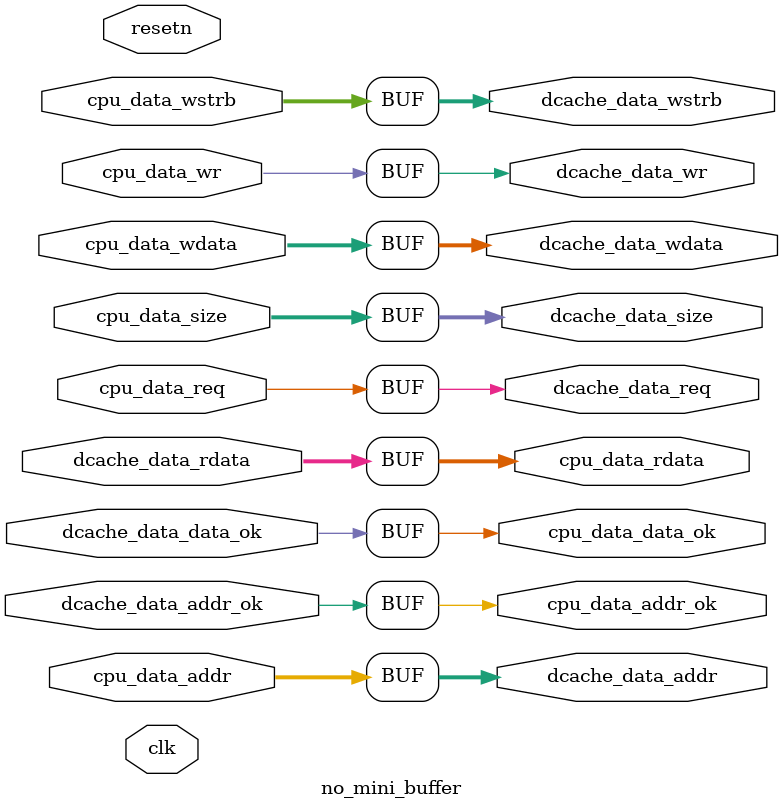
<source format=v>
`timescale 1ns / 1ps
module mini_buffer
(
    input          clk,
    input          resetn,

    input          cpu_data_req    ,
    input          cpu_data_wr     ,
    input   [1 :0] cpu_data_size   ,
    input   [31:0] cpu_data_addr   ,
    input   [31:0] cpu_data_wdata  ,
	input   [3 :0] cpu_data_wstrb  ,
    output  [31:0] cpu_data_rdata  ,
    output         cpu_data_addr_ok,
    output         cpu_data_data_ok,

    output          dcache_data_req    ,
    output          dcache_data_wr     ,
    output   [1 :0] dcache_data_size   ,
    output   [31:0] dcache_data_addr   ,
    output   [31:0] dcache_data_wdata  ,
	output   [3 :0] dcache_data_wstrb  ,
    input    [31:0] dcache_data_rdata  ,
    input           dcache_data_addr_ok,
    input           dcache_data_data_ok
);

//   assign         dcache_data_req    = cpu_data_req;
//   assign         dcache_data_wr     = cpu_data_wr ;
//   assign         dcache_data_size   = cpu_data_size;
//   assign         dcache_data_addr   = cpu_data_addr;
//   assign         dcache_data_wdata  = cpu_data_wdata;
//   assign         dcache_data_wstrb  = cpu_data_wstrb;
//   assign         cpu_data_rdata     = dcache_data_rdata;
//   assign         cpu_data_addr_ok   = dcache_data_addr_ok;
//   assign         cpu_data_data_ok   = dcache_data_data_ok;

wire rst;
assign rst=!resetn; 

reg [4:0]   s_index   [0:31];
reg [31:0]  s_addr    [0:31];
reg [31:0]  s_data    [0:31];
reg [3:0]   s_wstrb   [0:31];
reg [1:0]   s_size   [0:31];

reg [4:0]   A;
reg [4:0]   B;

wire [4:0] symbol_A;
wire [4:0] symbol_B;
assign symbol_A = A + 5'd1;
assign symbol_B = B + 5'd1;

wire full;
wire empty;
assign full     = (symbol_B == A) ? 1'b1 : 1'b0;
assign empty    = (A == B) ? 1'b1 : 1'b0;

//schedulor
reg cpu_data_req_history;

always @(posedge clk)
	begin
		if(rst)
		begin
			cpu_data_req_history <= 1'b0;
		end
        else if(cpu_data_addr_ok)
        begin
            cpu_data_req_history <= cpu_data_req;
        end
        else if(cpu_data_data_ok)
        begin
            cpu_data_req_history <= 1'b0;
        end
	end

//workstate

wire        buffer_data_ok_r;
wire        buffer_addr_ok_r;
wire [31:0] buffer_addr_r;
wire [31:0] buffer_rdata_r;
wire [31:0] buffer_wdata_r;
wire [3:0]  buffer_wstrb_r;
wire        buffer_req_r;
wire        buffer_wr_r;

wire        buffer_data_ok_l;
wire        buffer_addr_ok_l;
wire [31:0] buffer_addr_l;
wire [31:0] buffer_rdata_l;
wire [31:0] buffer_wdata_l;
wire [3:0]  buffer_wstrb_l;
wire        buffer_req_l;
wire        buffer_wr_l;


reg [3:0] buffer_workstate;
reg [3:0] axi_workstate;
always @(posedge clk)
	begin
		if(rst)
		begin
			buffer_workstate <= 4'd0;        
		end
        else if(buffer_workstate == 4'd0)
        begin
            buffer_workstate <= 4'd1;
        end
        else if(buffer_workstate == 4'd1)
        begin
            if(buffer_addr_ok_r || catch)
            begin
                buffer_workstate <= 4'd2;
            end
        end
        else if(buffer_workstate == 4'd2)
        begin
            if(buffer_data_ok_r && !(buffer_addr_ok_r || catch))
            begin
                buffer_workstate <= 4'd1;
            end
        end
    end

wire        axi_data_ok;
wire        axi_addr_ok;
wire [31:0] axi_addr;
wire [31:0] axi_rdata;
wire [31:0] axi_wdata;
wire [3:0]  axi_wstrb;
wire [1:0]  axi_size;
wire        axi_req;
wire        axi_wr;

always @(posedge clk)
	begin
		if(rst)
		begin
			axi_workstate <= 4'd0;        
		end
        else if(axi_workstate == 4'd0)
        begin
            axi_workstate <= 4'd1;
        end
        else if(axi_workstate == 4'd1)
        begin
            if(axi_addr_ok && !catch)
            begin
                axi_workstate <= 4'd2;
            end
        end
        else if(axi_workstate == 4'd2)
        begin
            if(axi_data_ok && (!axi_addr_ok || catch))
            begin
                axi_workstate <= 4'd1;
            end
        end
    end

wire        buffer_push;
assign      buffer_push = !full && cpu_data_wr && cpu_data_req;

reg buffer_data_ok_out;
always @(posedge clk)
	begin
		if(rst)
		begin
			buffer_data_ok_out <= 1'b0;
		end
        else if(buffer_push)
        begin
            buffer_data_ok_out <= 1'b1;
        end
        else if(cpu_data_data_ok && (axi_workstate != 4'd2))
        begin
            buffer_data_ok_out <= 1'b0;
        end
	end

assign buffer_addr_ok_l = buffer_push;
assign buffer_data_ok_l = buffer_data_ok_out;

assign buffer_addr_r    = s_addr[A];
assign buffer_wr_r      = 1'b1;
assign buffer_req_r     = ((buffer_workstate == 4'd1) || buffer_data_ok_r) && !empty && !catch_reg;
assign buffer_wstrb_r   = s_wstrb[A];
assign buffer_wdata_r   = s_data[A];
wire [1:0] buffer_size_r = s_size[A];
assign buffer_addr_ok_r = buffer_req_r && dcache_data_addr_ok; 
assign buffer_data_ok_r = (buffer_workstate == 4'd2) && (axi_workstate != 4'd2) && dcache_data_data_ok;

reg catch_reg;
wire catch;
assign catch = buffer_push && empty && axi_addr_ok;
always @(posedge clk)
	begin
		if(rst)
		begin
			catch_reg <= 1'b0;
		end
        else if(catch)
        begin
            catch_reg <= 1'b1;
        end
        else
        begin
            catch_reg <= 1'b0;
        end
	end


wire axi_work;
assign axi_work     = empty;
assign axi_data_ok  = dcache_data_data_ok;   ////////////to simplify
assign axi_addr_ok  = axi_work && axi_req && dcache_data_addr_ok;
assign axi_addr     = cpu_data_addr;
assign axi_rdata    = dcache_data_rdata;
assign axi_wdata    = cpu_data_wdata;
assign axi_wstrb    = cpu_data_wstrb;
assign axi_req      = cpu_data_req;
assign axi_size     = cpu_data_size;
assign axi_wr       = cpu_data_wr;

assign dcache_data_req      = (axi_work) ? axi_req          : buffer_req_r;
assign dcache_data_wr       = (axi_work) ? axi_wr           : buffer_wr_r;
assign dcache_data_size     = (axi_work) ? axi_size         : buffer_size_r;
assign dcache_data_addr     = (axi_work) ? axi_addr         : buffer_addr_r;
assign dcache_data_wdata    = (axi_work) ? axi_wdata        : buffer_wdata_r;
assign dcache_data_wstrb    = (axi_work) ? cpu_data_wstrb   : buffer_wstrb_r;

assign cpu_data_rdata       = axi_rdata;
assign cpu_data_addr_ok     = axi_addr_ok || buffer_addr_ok_l;
assign cpu_data_data_ok     = ((axi_workstate == 4'd2)) ? axi_data_ok : buffer_data_ok_l;

always @(posedge clk)
	begin
		if(rst)
		begin
			s_index[0] <= 5'd0;
            s_index[1] <= 5'd1;
            s_index[2] <= 5'd2;
            s_index[3] <= 5'd3;
            s_index[4] <= 5'd4;
            s_index[5] <= 5'd5; 
            s_index[6] <= 5'd6;
            s_index[7] <= 5'd7;
            s_index[8] <= 5'd8;
            s_index[9] <= 5'd9;
            s_index[10] <= 5'd10;
            s_index[11] <= 5'd11;
            s_index[12] <= 5'd12;
            s_index[13] <= 5'd13; 
            s_index[14] <= 5'd14;
            s_index[15] <= 5'd15;
            s_index[16] <= 5'd16;
            s_index[17] <= 5'd17;
            s_index[18] <= 5'd18;
            s_index[19] <= 5'd19;
            s_index[20] <= 5'd20;
            s_index[21] <= 5'd21; 
            s_index[22] <= 5'd22;
            s_index[23] <= 5'd23;
            s_index[24] <= 5'd24;
            s_index[25] <= 5'd25;
            s_index[26] <= 5'd26;
            s_index[27] <= 5'd27;
            s_index[28] <= 5'd28;
            s_index[29] <= 5'd29; 
            s_index[30] <= 5'd30;
            s_index[31] <= 5'd31;
		end
	end

always @(posedge clk)
	begin
		if(rst)
		begin
			A <= 5'd0;
		end
        else if(/*(buffer_workstate == 4'd2) &&*/ (buffer_addr_ok_r && !empty) || catch)
        begin
            A <= A + 5'd1;
        end
	end

always @(posedge clk)
	begin
		if(rst)
		begin
			B <= 5'd0;
		end
        else if(buffer_push)
        begin
            B <= B + 5'd1;
        end
	end

always @(posedge clk)
	begin
        if(buffer_push)
        begin
            s_addr[B] <= cpu_data_addr;
        end
	end

always @(posedge clk)
	begin
        if(buffer_push)
        begin
            s_wstrb[B] <= cpu_data_wstrb;
        end
	end

always @(posedge clk)
	begin
        if(buffer_push)
        begin
            s_data[B] <= cpu_data_wdata;
        end
	end
	
always @(posedge clk)
	begin
        if(buffer_push)
        begin
            s_size[B] <= cpu_data_size;
        end
	end

reg push_history;
always @(posedge clk)
	begin
        if(rst)
        begin
            push_history <= 1'b0;
        end
        else if(buffer_push)
        begin
            push_history <= 1'b1;
        end
        else
        begin
            push_history <= 1'b0;
        end
	end

reg [31:0] counter_full;
always @(posedge clk)
	begin
        if(rst)
        begin
            counter_full <= 32'b0;
        end
        else if(push_history && full)
        begin
            counter_full <= counter_full + 32'd1;
        end
	end

endmodule

module no_mini_buffer
(
    input          clk,
    input          resetn,

    input          cpu_data_req    ,
    input          cpu_data_wr     ,
    input   [1 :0] cpu_data_size   ,
    input   [31:0] cpu_data_addr   ,
    input   [31:0] cpu_data_wdata  ,
	input   [3 :0] cpu_data_wstrb  ,
    output  [31:0] cpu_data_rdata  ,
    output         cpu_data_addr_ok,
    output         cpu_data_data_ok,

    output          dcache_data_req    ,
    output          dcache_data_wr     ,
    output   [1 :0] dcache_data_size   ,
    output   [31:0] dcache_data_addr   ,
    output   [31:0] dcache_data_wdata  ,
	output   [3 :0] dcache_data_wstrb  ,
    input    [31:0] dcache_data_rdata  ,
    input           dcache_data_addr_ok,
    input           dcache_data_data_ok
);

    assign dcache_data_req = cpu_data_req;
    assign dcache_data_wr = cpu_data_wr;
    assign dcache_data_size = cpu_data_size;
    assign dcache_data_addr = cpu_data_addr;
    assign dcache_data_wdata = cpu_data_wdata;
    assign dcache_data_wstrb = cpu_data_wstrb;

    assign cpu_data_rdata = dcache_data_rdata;
    assign cpu_data_addr_ok = dcache_data_addr_ok;
    assign cpu_data_data_ok = dcache_data_data_ok;

endmodule

</source>
